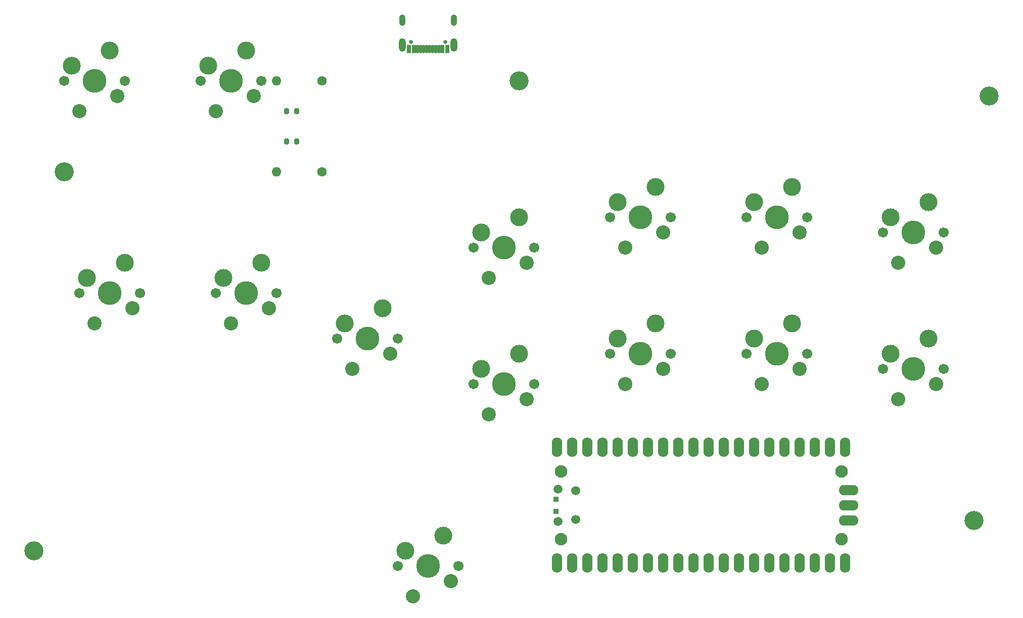
<source format=gbr>
%TF.GenerationSoftware,KiCad,Pcbnew,6.0.8-f2edbf62ab~116~ubuntu22.04.1*%
%TF.CreationDate,2022-10-10T15:37:59-06:00*%
%TF.ProjectId,PPP_pcb,5050505f-7063-4622-9e6b-696361645f70,rev?*%
%TF.SameCoordinates,Original*%
%TF.FileFunction,Soldermask,Top*%
%TF.FilePolarity,Negative*%
%FSLAX46Y46*%
G04 Gerber Fmt 4.6, Leading zero omitted, Abs format (unit mm)*
G04 Created by KiCad (PCBNEW 6.0.8-f2edbf62ab~116~ubuntu22.04.1) date 2022-10-10 15:37:59*
%MOMM*%
%LPD*%
G01*
G04 APERTURE LIST*
G04 Aperture macros list*
%AMRoundRect*
0 Rectangle with rounded corners*
0 $1 Rounding radius*
0 $2 $3 $4 $5 $6 $7 $8 $9 X,Y pos of 4 corners*
0 Add a 4 corners polygon primitive as box body*
4,1,4,$2,$3,$4,$5,$6,$7,$8,$9,$2,$3,0*
0 Add four circle primitives for the rounded corners*
1,1,$1+$1,$2,$3*
1,1,$1+$1,$4,$5*
1,1,$1+$1,$6,$7*
1,1,$1+$1,$8,$9*
0 Add four rect primitives between the rounded corners*
20,1,$1+$1,$2,$3,$4,$5,0*
20,1,$1+$1,$4,$5,$6,$7,0*
20,1,$1+$1,$6,$7,$8,$9,0*
20,1,$1+$1,$8,$9,$2,$3,0*%
G04 Aperture macros list end*
%ADD10C,1.701800*%
%ADD11C,3.000000*%
%ADD12C,3.987800*%
%ADD13C,2.374900*%
%ADD14RoundRect,0.200000X0.200000X0.275000X-0.200000X0.275000X-0.200000X-0.275000X0.200000X-0.275000X0*%
%ADD15C,3.200000*%
%ADD16C,0.650000*%
%ADD17RoundRect,0.063500X0.300000X0.620000X-0.300000X0.620000X-0.300000X-0.620000X0.300000X-0.620000X0*%
%ADD18RoundRect,0.063500X0.150000X0.620000X-0.150000X0.620000X-0.150000X-0.620000X0.150000X-0.620000X0*%
%ADD19O,1.177000X2.227000*%
%ADD20O,1.027000X1.927000*%
%ADD21C,1.600000*%
%ADD22O,1.600000X1.600000*%
%ADD23C,1.500000*%
%ADD24C,2.100000*%
%ADD25O,1.727000X3.327000*%
%ADD26O,3.327000X1.727000*%
%ADD27RoundRect,0.063500X-0.400000X0.400000X-0.400000X-0.400000X0.400000X-0.400000X0.400000X0.400000X0*%
G04 APERTURE END LIST*
D10*
%TO.C,U$15*%
X205740000Y-91440000D03*
D11*
X213360000Y-86360000D03*
D10*
X215900000Y-91440000D03*
D12*
X210820000Y-91440000D03*
D11*
X207010000Y-88900000D03*
D13*
X214630000Y-93980000D03*
X208280000Y-96520000D03*
%TD*%
D10*
%TO.C,U$13*%
X170180000Y-96520000D03*
D12*
X165100000Y-96520000D03*
D11*
X161290000Y-93980000D03*
D10*
X160020000Y-96520000D03*
D11*
X167640000Y-91440000D03*
D13*
X168910000Y-99060000D03*
X162560000Y-101600000D03*
%TD*%
D14*
%TO.C,R2*%
X130365000Y-55880000D03*
X128715000Y-55880000D03*
%TD*%
D12*
%TO.C,U$12*%
X233680000Y-71120000D03*
D10*
X238760000Y-71120000D03*
X228600000Y-71120000D03*
D11*
X229870000Y-68580000D03*
X236220000Y-66040000D03*
D13*
X237490000Y-73660000D03*
X231140000Y-76200000D03*
%TD*%
D10*
%TO.C,U$10*%
X182880000Y-68580000D03*
D12*
X187960000Y-68580000D03*
D11*
X184150000Y-66040000D03*
D10*
X193040000Y-68580000D03*
D11*
X190500000Y-63500000D03*
D13*
X191770000Y-71120000D03*
X185420000Y-73660000D03*
%TD*%
D15*
%TO.C,REF\u002A\u002A*%
X86360000Y-124460000D03*
%TD*%
%TO.C,REF\u002A\u002A*%
X246380000Y-48260000D03*
%TD*%
D16*
%TO.C,J5*%
X149510000Y-39240000D03*
X155290000Y-39240000D03*
D17*
X155600000Y-40360000D03*
X154800000Y-40360000D03*
D18*
X153650000Y-40360000D03*
X152650000Y-40360000D03*
X152150000Y-40360000D03*
X151150000Y-40360000D03*
D17*
X149200000Y-40360000D03*
X150000000Y-40360000D03*
D18*
X150650000Y-40360000D03*
X151650000Y-40360000D03*
X153150000Y-40360000D03*
X154150000Y-40360000D03*
D19*
X156720000Y-39740000D03*
D20*
X156720000Y-35560000D03*
D19*
X148080000Y-39740000D03*
D20*
X148080000Y-35560000D03*
%TD*%
D21*
%TO.C,R3*%
X134620000Y-45720000D03*
D22*
X127000000Y-45720000D03*
%TD*%
D15*
%TO.C,REF\u002A\u002A*%
X91440000Y-60960000D03*
%TD*%
D11*
%TO.C,U$16*%
X236220000Y-88900000D03*
D10*
X238760000Y-93980000D03*
X228600000Y-93980000D03*
D11*
X229870000Y-91440000D03*
D12*
X233680000Y-93980000D03*
D13*
X237490000Y-96520000D03*
X231140000Y-99060000D03*
%TD*%
D21*
%TO.C,R1*%
X134620000Y-60960000D03*
D22*
X127000000Y-60960000D03*
%TD*%
D11*
%TO.C,U$11*%
X207010000Y-66040000D03*
X213360000Y-63500000D03*
D12*
X210820000Y-68580000D03*
D10*
X215900000Y-68580000D03*
X205740000Y-68580000D03*
D13*
X214630000Y-71120000D03*
X208280000Y-73660000D03*
%TD*%
D15*
%TO.C,REF\u002A\u002A*%
X243840000Y-119380000D03*
%TD*%
D12*
%TO.C,U$18*%
X96520000Y-45720000D03*
D11*
X99060000Y-40640000D03*
X92710000Y-43180000D03*
D10*
X101600000Y-45720000D03*
X91440000Y-45720000D03*
D13*
X100330000Y-48260000D03*
X93980000Y-50800000D03*
%TD*%
D10*
%TO.C,U$6*%
X157480000Y-127000000D03*
X147320000Y-127000000D03*
D11*
X148590000Y-124460000D03*
D12*
X152400000Y-127000000D03*
D11*
X154940000Y-121920000D03*
D13*
X156210000Y-129540000D03*
X149860000Y-132080000D03*
%TD*%
D10*
%TO.C,U$14*%
X193040000Y-91440000D03*
X182880000Y-91440000D03*
D12*
X187960000Y-91440000D03*
D11*
X190500000Y-86360000D03*
X184150000Y-88900000D03*
D13*
X191770000Y-93980000D03*
X185420000Y-96520000D03*
%TD*%
D12*
%TO.C,U$2*%
X99060000Y-81280000D03*
D10*
X104140000Y-81280000D03*
X93980000Y-81280000D03*
D11*
X101600000Y-76200000D03*
X95250000Y-78740000D03*
D13*
X102870000Y-83820000D03*
X96520000Y-86360000D03*
%TD*%
D10*
%TO.C,U$8*%
X114300000Y-45720000D03*
X124460000Y-45720000D03*
D12*
X119380000Y-45720000D03*
D11*
X121920000Y-40640000D03*
X115570000Y-43180000D03*
D13*
X123190000Y-48260000D03*
X116840000Y-50800000D03*
%TD*%
D15*
%TO.C,REF\u002A\u002A*%
X167640000Y-45720000D03*
%TD*%
D10*
%TO.C,U$4*%
X127000000Y-81280000D03*
D11*
X124460000Y-76200000D03*
D10*
X116840000Y-81280000D03*
D12*
X121920000Y-81280000D03*
D11*
X118110000Y-78740000D03*
D13*
X125730000Y-83820000D03*
X119380000Y-86360000D03*
%TD*%
D11*
%TO.C,U$9*%
X161290000Y-71120000D03*
X167640000Y-68580000D03*
D12*
X165100000Y-73660000D03*
D10*
X170180000Y-73660000D03*
X160020000Y-73660000D03*
D13*
X168910000Y-76200000D03*
X162560000Y-78740000D03*
%TD*%
D10*
%TO.C,U$5*%
X137160000Y-88900000D03*
X147320000Y-88900000D03*
D11*
X144780000Y-83820000D03*
X138430000Y-86360000D03*
D12*
X142240000Y-88900000D03*
D13*
X146050000Y-91440000D03*
X139700000Y-93980000D03*
%TD*%
D14*
%TO.C,R4*%
X130365000Y-50800000D03*
X128715000Y-50800000D03*
%TD*%
D23*
%TO.C,J1*%
X177150000Y-114415000D03*
X174120000Y-119565000D03*
X174120000Y-114115000D03*
D24*
X174620000Y-122540000D03*
X221620000Y-111140000D03*
X174620000Y-111140000D03*
D23*
X177150000Y-119265000D03*
D24*
X221620000Y-122540000D03*
D25*
X184150000Y-126530000D03*
X181610000Y-126530000D03*
X186690000Y-126530000D03*
X191770000Y-126530000D03*
X179070000Y-107150000D03*
X191770000Y-107150000D03*
X204470000Y-107150000D03*
X217170000Y-107150000D03*
D26*
X222820000Y-116840000D03*
D25*
X217170000Y-126530000D03*
X204470000Y-126530000D03*
X179070000Y-126530000D03*
X173990000Y-107150000D03*
X176530000Y-107150000D03*
X181610000Y-107150000D03*
X184150000Y-107150000D03*
X186690000Y-107150000D03*
X189230000Y-107150000D03*
X194310000Y-107150000D03*
X196850000Y-107150000D03*
X199390000Y-107150000D03*
X201930000Y-107150000D03*
X207010000Y-107150000D03*
X209550000Y-107150000D03*
X212090000Y-107150000D03*
X214630000Y-107150000D03*
X219710000Y-107150000D03*
X222250000Y-107150000D03*
X222250000Y-126530000D03*
X219710000Y-126530000D03*
X214630000Y-126530000D03*
X212090000Y-126530000D03*
X209550000Y-126530000D03*
X207010000Y-126530000D03*
X201930000Y-126530000D03*
X196850000Y-126530000D03*
X194310000Y-126530000D03*
X189230000Y-126530000D03*
X199390000Y-126530000D03*
D26*
X222820000Y-114300000D03*
X222820000Y-119380000D03*
D27*
X173820000Y-117840000D03*
X173820000Y-115840000D03*
D25*
X173990000Y-126530000D03*
X176530000Y-126530000D03*
%TD*%
M02*

</source>
